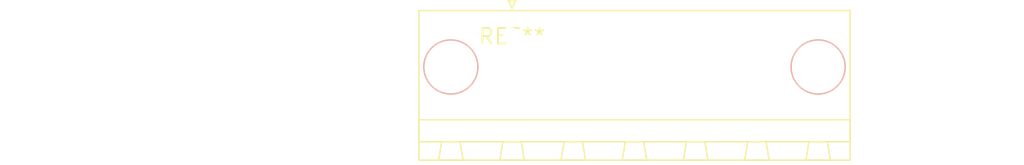
<source format=kicad_pcb>
(kicad_pcb (version 20240108) (generator pcbnew)
  (layers (0 "F.Cu" signal) (31 "B.Cu" signal) (34 "B.Paste" user) (35 "F.Paste" user) (36 "B.SilkS" user "B.Silkscreen") (37 "F.SilkS" user "F.Silkscreen") (38 "B.Mask" user) (39 "F.Mask" user) (44 "Edge.Cuts" user))
  (net 0 "")
  (footprint "PhoenixContact_MSTB_2,5_5-GF_1x05_P5.00mm_Horizontal_ThreadedFlange_MountHole" (layer "F.Cu") (at 0 0)
    (property "Reference" "REF**")
    (property "Value" "PhoenixContact_MSTB_2,5_5-GF_1x05_P5.00mm_Horizontal_ThreadedFlange_MountHole")
    (fp_circle (center -5 2.5) (end -2.79 2.5) (layer "B.SilkS") (stroke (width 0.12)) (fill none))
    (fp_circle (center 25 2.5) (end 27.21 2.5) (layer "B.SilkS") (stroke (width 0.12)) (fill none))
    (fp_line (start -7.61 -2.11) (end -7.61 10.11) (layer "F.SilkS") (stroke (width 0.12)))
    (fp_line (start -7.61 6.81) (end 27.61 6.81) (layer "F.SilkS") (stroke (width 0.12)))
    (fp_line (start -7.61 8.61) (end -7.61 6.81) (layer "F.SilkS") (stroke (width 0.12)))
    (fp_line (start -7.61 10.11) (end 27.61 10.11) (layer "F.SilkS") (stroke (width 0.12)))
    (fp_line (start -6 10.11) (end -4 10.11) (layer "F.SilkS") (stroke (width 0.12)))
    (fp_line (start -5.75 8.61) (end -6 10.11) (layer "F.SilkS") (stroke (width 0.12)))
    (fp_line (start -4.25 8.61) (end -5.75 8.61) (layer "F.SilkS") (stroke (width 0.12)))
    (fp_line (start -4 10.11) (end -4.25 8.61) (layer "F.SilkS") (stroke (width 0.12)))
    (fp_line (start -1 10.11) (end 1 10.11) (layer "F.SilkS") (stroke (width 0.12)))
    (fp_line (start -0.75 8.61) (end -1 10.11) (layer "F.SilkS") (stroke (width 0.12)))
    (fp_line (start -0.3 -2.91) (end 0.3 -2.91) (layer "F.SilkS") (stroke (width 0.12)))
    (fp_line (start 0 -2.31) (end -0.3 -2.91) (layer "F.SilkS") (stroke (width 0.12)))
    (fp_line (start 0.3 -2.91) (end 0 -2.31) (layer "F.SilkS") (stroke (width 0.12)))
    (fp_line (start 0.75 8.61) (end -0.75 8.61) (layer "F.SilkS") (stroke (width 0.12)))
    (fp_line (start 1 10.11) (end 0.75 8.61) (layer "F.SilkS") (stroke (width 0.12)))
    (fp_line (start 4 10.11) (end 6 10.11) (layer "F.SilkS") (stroke (width 0.12)))
    (fp_line (start 4.25 8.61) (end 4 10.11) (layer "F.SilkS") (stroke (width 0.12)))
    (fp_line (start 5.75 8.61) (end 4.25 8.61) (layer "F.SilkS") (stroke (width 0.12)))
    (fp_line (start 6 10.11) (end 5.75 8.61) (layer "F.SilkS") (stroke (width 0.12)))
    (fp_line (start 9 10.11) (end 11 10.11) (layer "F.SilkS") (stroke (width 0.12)))
    (fp_line (start 9.25 8.61) (end 9 10.11) (layer "F.SilkS") (stroke (width 0.12)))
    (fp_line (start 10.75 8.61) (end 9.25 8.61) (layer "F.SilkS") (stroke (width 0.12)))
    (fp_line (start 11 10.11) (end 10.75 8.61) (layer "F.SilkS") (stroke (width 0.12)))
    (fp_line (start 14 10.11) (end 16 10.11) (layer "F.SilkS") (stroke (width 0.12)))
    (fp_line (start 14.25 8.61) (end 14 10.11) (layer "F.SilkS") (stroke (width 0.12)))
    (fp_line (start 15.75 8.61) (end 14.25 8.61) (layer "F.SilkS") (stroke (width 0.12)))
    (fp_line (start 16 10.11) (end 15.75 8.61) (layer "F.SilkS") (stroke (width 0.12)))
    (fp_line (start 19 10.11) (end 21 10.11) (layer "F.SilkS") (stroke (width 0.12)))
    (fp_line (start 19.25 8.61) (end 19 10.11) (layer "F.SilkS") (stroke (width 0.12)))
    (fp_line (start 20.75 8.61) (end 19.25 8.61) (layer "F.SilkS") (stroke (width 0.12)))
    (fp_line (start 21 10.11) (end 20.75 8.61) (layer "F.SilkS") (stroke (width 0.12)))
    (fp_line (start 24 10.11) (end 26 10.11) (layer "F.SilkS") (stroke (width 0.12)))
    (fp_line (start 24.25 8.61) (end 24 10.11) (layer "F.SilkS") (stroke (width 0.12)))
    (fp_line (start 25.75 8.61) (end 24.25 8.61) (layer "F.SilkS") (stroke (width 0.12)))
    (fp_line (start 26 10.11) (end 25.75 8.61) (layer "F.SilkS") (stroke (width 0.12)))
    (fp_line (start 27.61 -2.11) (end -7.61 -2.11) (layer "F.SilkS") (stroke (width 0.12)))
    (fp_line (start 27.61 6.81) (end 27.61 8.61) (layer "F.SilkS") (stroke (width 0.12)))
    (fp_line (start 27.61 8.61) (end -7.61 8.61) (layer "F.SilkS") (stroke (width 0.12)))
    (fp_line (start 27.61 10.11) (end 27.61 -2.11) (layer "F.SilkS") (stroke (width 0.12)))
    (pad "" np_thru_hole circle (at -5 2.5) (size 2.4 2.4) (drill 2.4) (layers *.Cu *.Mask))
    (pad "" np_thru_hole circle (at 25 2.5) (size 2.4 2.4) (drill 2.4) (layers *.Cu *.Mask))
    (pad "1" thru_hole roundrect (at 0 0) (size 2 3.6) (drill 1.4) (layers *.Cu *.Mask) (remove_unused_layers) (roundrect_rratio 0.125))
    (pad "2" thru_hole oval (at 5 0) (size 2 3.6) (drill 1.4) (layers *.Cu *.Mask) (remove_unused_layers))
    (pad "3" thru_hole oval (at 10 0) (size 2 3.6) (drill 1.4) (layers *.Cu *.Mask) (remove_unused_layers))
    (pad "4" thru_hole oval (at 15 0) (size 2 3.6) (drill 1.4) (layers *.Cu *.Mask) (remove_unused_layers))
    (pad "5" thru_hole oval (at 20 0) (size 2 3.6) (drill 1.4) (layers *.Cu *.Mask) (remove_unused_layers))
  )
)
</source>
